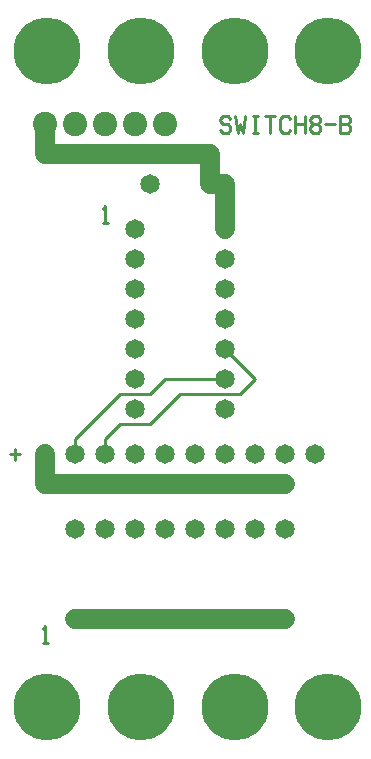
<source format=gtl>
%MOIN*%
%FSLAX25Y25*%
G04 D10 used for Character Trace; *
G04     Circle (OD=.01000) (No hole)*
G04 D11 used for Power Trace; *
G04     Circle (OD=.06700) (No hole)*
G04 D12 used for Signal Trace; *
G04     Circle (OD=.01100) (No hole)*
G04 D13 used for Via; *
G04     Circle (OD=.05800) (Round. Hole ID=.02800)*
G04 D14 used for Component hole; *
G04     Circle (OD=.06500) (Round. Hole ID=.03500)*
G04 D15 used for Component hole; *
G04     Circle (OD=.06700) (Round. Hole ID=.04300)*
G04 D16 used for Component hole; *
G04     Circle (OD=.08100) (Round. Hole ID=.05100)*
G04 D17 used for Component hole; *
G04     Circle (OD=.08900) (Round. Hole ID=.05900)*
G04 D18 used for Component hole; *
G04     Circle (OD=.11300) (Round. Hole ID=.08300)*
G04 D19 used for Component hole; *
G04     Circle (OD=.16000) (Round. Hole ID=.13000)*
G04 D20 used for Component hole; *
G04     Circle (OD=.18300) (Round. Hole ID=.15300)*
G04 D21 used for Component hole; *
G04     Circle (OD=.22291) (Round. Hole ID=.19291)*
%ADD10C,.01000*%
%ADD11C,.06700*%
%ADD12C,.01100*%
%ADD13C,.05800*%
%ADD14C,.06500*%
%ADD15C,.06700*%
%ADD16C,.08100*%
%ADD17C,.08900*%
%ADD18C,.11300*%
%ADD19C,.16000*%
%ADD20C,.18300*%
%ADD21C,.22291*%
%IPPOS*%
%LPD*%
G90*X0Y0D02*D21*X15625Y15625D03*D10*              
X14163Y41914D02*X15000Y42871D01*Y37129D01*        
X14163D02*X15837D01*D14*X45000Y45000D03*D11*      
X35000D01*D14*D03*D11*X25000D01*D14*D03*D11*      
X45000D02*X55000D01*D14*D03*D11*X65000D01*D14*D03*
D11*X75000D01*D14*D03*D11*X85000D01*D14*D03*D11*  
X95000D01*D14*D03*X65000Y75000D03*D21*            
X78125Y15625D03*D14*X95000Y75000D03*X85000D03*D21*
X109375Y15625D03*D14*X75000Y75000D03*X55000D03*   
X95000Y90000D03*D11*X85000D01*D14*D03*D11*        
X75000D01*D14*D03*D11*X65000D01*D14*D03*D11*      
X55000D01*D14*D03*D11*X45000D01*D14*D03*D11*      
X35000D01*D14*D03*D11*X25000D01*D14*D03*D11*      
X15000D01*Y100000D01*D14*D03*X25000D03*D12*       
Y105000D01*X40000Y120000D01*X50000D01*            
X55000Y125000D01*X75000D01*D14*D03*D12*           
X60000Y120000D02*X80000D01*X50000Y110000D02*      
X60000Y120000D01*X40000Y110000D02*X50000D01*      
X35000Y105000D02*X40000Y110000D01*                
X35000Y100000D02*Y105000D01*D14*Y100000D03*       
X45000D03*Y115000D03*X55000Y100000D03*            
X45000Y125000D03*X25000Y75000D03*X35000D03*       
X45000D03*X65000Y100000D03*D10*X3326D02*X6674D01* 
X5000Y101914D02*Y98086D01*D14*X45000Y135000D03*   
X75000Y100000D03*Y115000D03*Y135000D03*D12*       
X85000Y125000D01*X80000Y120000D01*D14*            
X85000Y100000D03*X95000D03*X105000D03*            
X75000Y145000D03*X45000Y155000D03*Y145000D03*     
X75000Y155000D03*Y165000D03*X45000D03*            
X75000Y175000D03*D11*Y190000D01*X70000D01*D14*D03*
D11*Y200000D01*X15000D01*Y210000D01*D16*D03*      
X25000D03*X35000D03*D21*X15625Y234375D03*D16*     
X45000Y210000D03*D10*X34163Y181914D02*            
X35000Y182871D01*Y177129D01*X34163D02*X35837D01*  
D21*X46875Y234375D03*D14*X50000Y190000D03*        
X45000Y175000D03*D16*X55000Y210000D03*D10*        
X76674Y211914D02*X75837Y212871D01*X74163D01*      
X73326Y211914D01*Y210957D01*X74163Y210000D01*     
X75837D01*X76674Y209043D01*Y208086D01*            
X75837Y207129D01*X74163D01*X73326Y208086D01*      
X78326Y212871D02*X79163Y207129D01*                
X80000Y210000D01*X80837Y207129D01*                
X81674Y212871D01*X85000Y207129D02*Y212871D01*     
X84163Y207129D02*X85837D01*X84163Y212871D02*      
X85837D01*X90000Y207129D02*Y212871D01*X88326D02*  
X91674D01*X96674Y208086D02*X95837Y207129D01*      
X94163D01*X93326Y208086D01*Y211914D01*            
X94163Y212871D01*X95837D01*X96674Y211914D01*      
X98326Y207129D02*Y212871D01*X101674Y207129D02*    
Y212871D01*X98326Y210000D02*X101674D01*X104163D02*
X103326Y210957D01*Y211914D01*X104163Y212871D01*   
X105837D01*X106674Y211914D01*Y210957D01*          
X105837Y210000D01*X104163D01*X103326Y209043D01*   
Y208086D01*X104163Y207129D01*X105837D01*          
X106674Y208086D01*Y209043D01*X105837Y210000D01*   
X108326D02*X111674D01*X113326Y207129D02*          
Y212871D01*X115837D01*X116674Y211914D01*          
Y210957D01*X115837Y210000D01*X116674Y209043D01*   
Y208086D01*X115837Y207129D01*X113326D01*          
Y210000D02*X115837D01*D21*X78125Y234375D03*       
X109375D03*X46875Y15625D03*M02*                   

</source>
